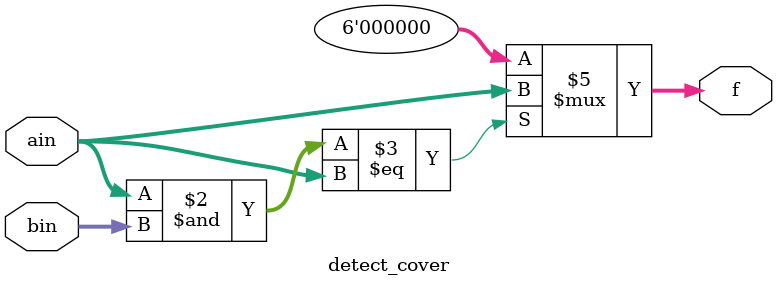
<source format=sv>
module detect_cover(ain, bin, f);
  input [5:0] ain, bin;
  output reg [5:0] f;

  always @(*) begin
    if ((ain & bin) == ain)
      f = ain;
    else
      f = 6'b000000;
  end
endmodule


</source>
